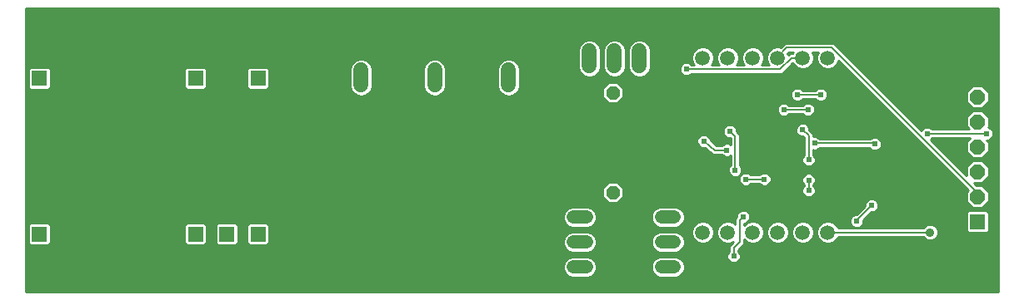
<source format=gbl>
G75*
G70*
%OFA0B0*%
%FSLAX24Y24*%
%IPPOS*%
%LPD*%
%AMOC8*
5,1,8,0,0,1.08239X$1,22.5*
%
%ADD10C,0.0594*%
%ADD11C,0.0520*%
%ADD12R,0.0600X0.0600*%
%ADD13OC8,0.0600*%
%ADD14C,0.0600*%
%ADD15OC8,0.0520*%
%ADD16C,0.0594*%
%ADD17R,0.0594X0.0594*%
%ADD18C,0.0060*%
%ADD19C,0.0240*%
%ADD20C,0.0356*%
%ADD21C,0.0100*%
D10*
X027494Y003215D03*
X028494Y003215D03*
X029494Y003215D03*
X030494Y003215D03*
X031494Y003215D03*
X032494Y003215D03*
X032494Y010215D03*
X031494Y010215D03*
X030494Y010215D03*
X029494Y010215D03*
X028494Y010215D03*
X027494Y010215D03*
D11*
X026367Y003824D02*
X025847Y003824D01*
X025847Y002824D02*
X026367Y002824D01*
X026367Y001824D02*
X025847Y001824D01*
X022847Y001824D02*
X022327Y001824D01*
X022327Y002824D02*
X022847Y002824D01*
X022847Y003824D02*
X022327Y003824D01*
D12*
X038485Y003646D03*
D13*
X038485Y004646D03*
X038485Y005646D03*
X038485Y006646D03*
X038485Y007646D03*
X038485Y008646D03*
D14*
X024966Y009888D02*
X024966Y010488D01*
X023966Y010488D02*
X023966Y009888D01*
X022966Y009888D02*
X022966Y010488D01*
D15*
X023906Y008818D03*
X023906Y004818D03*
D16*
X019732Y009131D02*
X019732Y009725D01*
X016779Y009725D02*
X016779Y009131D01*
X013826Y009131D02*
X013826Y009725D01*
D17*
X009706Y009398D03*
X007206Y009398D03*
X000956Y009398D03*
X000956Y003148D03*
X007206Y003148D03*
X008456Y003148D03*
X009706Y003148D03*
D18*
X027536Y006878D02*
X027986Y006518D01*
X028466Y006518D01*
X028796Y007058D02*
X028586Y007268D01*
X028796Y007058D02*
X028796Y005708D01*
X029216Y005348D02*
X029966Y005348D01*
X031736Y005318D02*
X031736Y004898D01*
X033656Y003698D02*
X034256Y004298D01*
X033656Y003698D02*
X033656Y003668D01*
X032546Y003248D02*
X032494Y003215D01*
X032546Y003218D01*
X036596Y003218D01*
X038426Y004688D02*
X038485Y004646D01*
X038426Y004688D02*
X038426Y004868D01*
X032666Y010628D01*
X030866Y010628D01*
X030506Y010268D01*
X030494Y010215D01*
X030596Y009758D02*
X031046Y010208D01*
X031466Y010208D01*
X031494Y010215D01*
X030596Y009758D02*
X026846Y009758D01*
X031286Y008738D02*
X032216Y008738D01*
X031706Y008138D02*
X030746Y008138D01*
X031496Y007328D02*
X031736Y007088D01*
X031736Y006128D01*
X031976Y006788D02*
X034406Y006788D01*
X034376Y006758D01*
X036476Y007178D02*
X038846Y007178D01*
X029126Y003848D02*
X028976Y003698D01*
X028976Y002828D01*
X028736Y002588D01*
X028736Y002258D01*
D19*
X028736Y002258D03*
X033656Y003668D03*
X034256Y004298D03*
X031736Y004898D03*
X031736Y005318D03*
X029966Y005348D03*
X029216Y005348D03*
X028796Y005708D03*
X028466Y006518D03*
X027536Y006878D03*
X028586Y007268D03*
X030746Y008138D03*
X031706Y008138D03*
X031286Y008738D03*
X032216Y008738D03*
X031496Y007328D03*
X031976Y006788D03*
X031736Y006128D03*
X034376Y006758D03*
X036476Y007178D03*
X038846Y007178D03*
X029126Y003848D03*
X026846Y009758D03*
D20*
X036596Y003218D03*
D21*
X000410Y000838D02*
X000410Y012189D01*
X039320Y012189D01*
X039320Y000838D01*
X000410Y000838D01*
X000410Y000903D02*
X039320Y000903D01*
X039320Y001002D02*
X000410Y001002D01*
X000410Y001100D02*
X039320Y001100D01*
X039320Y001199D02*
X000410Y001199D01*
X000410Y001297D02*
X039320Y001297D01*
X039320Y001396D02*
X000410Y001396D01*
X000410Y001494D02*
X022077Y001494D01*
X022095Y001476D02*
X022246Y001414D01*
X022929Y001414D01*
X023080Y001476D01*
X023195Y001592D01*
X023257Y001742D01*
X023257Y001905D01*
X023195Y002056D01*
X023080Y002171D01*
X022929Y002234D01*
X022246Y002234D01*
X022095Y002171D01*
X021980Y002056D01*
X021917Y001905D01*
X021917Y001742D01*
X021980Y001592D01*
X022095Y001476D01*
X021979Y001593D02*
X000410Y001593D01*
X000410Y001691D02*
X021938Y001691D01*
X021917Y001790D02*
X000410Y001790D01*
X000410Y001888D02*
X021917Y001888D01*
X021951Y001987D02*
X000410Y001987D01*
X000410Y002085D02*
X022009Y002085D01*
X022125Y002184D02*
X000410Y002184D01*
X000410Y002282D02*
X028466Y002282D01*
X028466Y002312D02*
X028466Y002204D01*
X028507Y002105D01*
X028583Y002029D01*
X028683Y001988D01*
X028790Y001988D01*
X028889Y002029D01*
X028965Y002105D01*
X029006Y002204D01*
X029006Y002312D01*
X028965Y002411D01*
X028916Y002460D01*
X028916Y002513D01*
X029051Y002648D01*
X029156Y002753D01*
X029156Y002921D01*
X029241Y002836D01*
X029405Y002768D01*
X029583Y002768D01*
X029747Y002836D01*
X029873Y002962D01*
X029941Y003126D01*
X029941Y003304D01*
X029873Y003468D01*
X029747Y003594D01*
X029583Y003662D01*
X029405Y003662D01*
X029241Y003594D01*
X029156Y003509D01*
X029156Y003578D01*
X029180Y003578D01*
X029279Y003619D01*
X029355Y003695D01*
X029396Y003794D01*
X029396Y003902D01*
X029355Y004001D01*
X029279Y004077D01*
X029180Y004118D01*
X029073Y004118D01*
X028973Y004077D01*
X028897Y004001D01*
X028856Y003902D01*
X028856Y003832D01*
X028796Y003772D01*
X028796Y003545D01*
X028747Y003594D01*
X028583Y003662D01*
X028405Y003662D01*
X028241Y003594D01*
X028115Y003468D01*
X028047Y003304D01*
X028047Y003126D01*
X028115Y002962D01*
X028241Y002836D01*
X028405Y002768D01*
X028583Y002768D01*
X028718Y002824D01*
X028556Y002662D01*
X028556Y002460D01*
X028507Y002411D01*
X028466Y002312D01*
X028495Y002381D02*
X000410Y002381D01*
X000410Y002479D02*
X022092Y002479D01*
X022095Y002476D02*
X022246Y002414D01*
X022929Y002414D01*
X023080Y002476D01*
X023195Y002592D01*
X023257Y002742D01*
X023257Y002905D01*
X023195Y003056D01*
X023080Y003171D01*
X022929Y003234D01*
X022246Y003234D01*
X022095Y003171D01*
X021980Y003056D01*
X021917Y002905D01*
X021917Y002742D01*
X021980Y002592D01*
X022095Y002476D01*
X021993Y002578D02*
X000410Y002578D01*
X000410Y002676D02*
X021945Y002676D01*
X021917Y002775D02*
X010139Y002775D01*
X010153Y002789D02*
X010065Y002701D01*
X009347Y002701D01*
X009259Y002789D01*
X009259Y003507D01*
X009347Y003595D01*
X010065Y003595D01*
X010153Y003507D01*
X010153Y002789D01*
X010153Y002873D02*
X021917Y002873D01*
X021945Y002972D02*
X010153Y002972D01*
X010153Y003070D02*
X021994Y003070D01*
X022093Y003169D02*
X010153Y003169D01*
X010153Y003267D02*
X027047Y003267D01*
X027047Y003304D02*
X027047Y003126D01*
X027115Y002962D01*
X027241Y002836D01*
X027405Y002768D01*
X027583Y002768D01*
X027747Y002836D01*
X027873Y002962D01*
X027941Y003126D01*
X027941Y003304D01*
X027873Y003468D01*
X027747Y003594D01*
X027583Y003662D01*
X027405Y003662D01*
X027241Y003594D01*
X027115Y003468D01*
X027047Y003304D01*
X027073Y003366D02*
X010153Y003366D01*
X010153Y003464D02*
X022124Y003464D01*
X022095Y003476D02*
X022246Y003414D01*
X022929Y003414D01*
X023080Y003476D01*
X023195Y003592D01*
X023257Y003742D01*
X023257Y003905D01*
X023195Y004056D01*
X023080Y004171D01*
X022929Y004234D01*
X022246Y004234D01*
X022095Y004171D01*
X021980Y004056D01*
X021917Y003905D01*
X021917Y003742D01*
X021980Y003592D01*
X022095Y003476D01*
X022008Y003563D02*
X010097Y003563D01*
X009315Y003563D02*
X008847Y003563D01*
X008815Y003595D02*
X008097Y003595D01*
X008009Y003507D01*
X008009Y002789D01*
X008097Y002701D01*
X008815Y002701D01*
X008903Y002789D01*
X008903Y003507D01*
X008815Y003595D01*
X008903Y003464D02*
X009259Y003464D01*
X009259Y003366D02*
X008903Y003366D01*
X008903Y003267D02*
X009259Y003267D01*
X009259Y003169D02*
X008903Y003169D01*
X008903Y003070D02*
X009259Y003070D01*
X009259Y002972D02*
X008903Y002972D01*
X008903Y002873D02*
X009259Y002873D01*
X009273Y002775D02*
X008889Y002775D01*
X008023Y002775D02*
X007639Y002775D01*
X007653Y002789D02*
X007565Y002701D01*
X006847Y002701D01*
X006759Y002789D01*
X006759Y003507D01*
X006847Y003595D01*
X007565Y003595D01*
X007653Y003507D01*
X007653Y002789D01*
X007653Y002873D02*
X008009Y002873D01*
X008009Y002972D02*
X007653Y002972D01*
X007653Y003070D02*
X008009Y003070D01*
X008009Y003169D02*
X007653Y003169D01*
X007653Y003267D02*
X008009Y003267D01*
X008009Y003366D02*
X007653Y003366D01*
X007653Y003464D02*
X008009Y003464D01*
X008065Y003563D02*
X007597Y003563D01*
X006815Y003563D02*
X001347Y003563D01*
X001315Y003595D02*
X000597Y003595D01*
X000509Y003507D01*
X000509Y002789D01*
X000597Y002701D01*
X001315Y002701D01*
X001403Y002789D01*
X001403Y003507D01*
X001315Y003595D01*
X001403Y003464D02*
X006759Y003464D01*
X006759Y003366D02*
X001403Y003366D01*
X001403Y003267D02*
X006759Y003267D01*
X006759Y003169D02*
X001403Y003169D01*
X001403Y003070D02*
X006759Y003070D01*
X006759Y002972D02*
X001403Y002972D01*
X001403Y002873D02*
X006759Y002873D01*
X006773Y002775D02*
X001389Y002775D01*
X000523Y002775D02*
X000410Y002775D01*
X000410Y002873D02*
X000509Y002873D01*
X000509Y002972D02*
X000410Y002972D01*
X000410Y003070D02*
X000509Y003070D01*
X000509Y003169D02*
X000410Y003169D01*
X000410Y003267D02*
X000509Y003267D01*
X000509Y003366D02*
X000410Y003366D01*
X000410Y003464D02*
X000509Y003464D01*
X000565Y003563D02*
X000410Y003563D01*
X000410Y003661D02*
X021951Y003661D01*
X021917Y003760D02*
X000410Y003760D01*
X000410Y003858D02*
X021917Y003858D01*
X021939Y003957D02*
X000410Y003957D01*
X000410Y004055D02*
X021979Y004055D01*
X022078Y004154D02*
X000410Y004154D01*
X000410Y004252D02*
X033956Y004252D01*
X033986Y004282D02*
X033642Y003938D01*
X033603Y003938D01*
X033503Y003897D01*
X033427Y003821D01*
X033386Y003722D01*
X033386Y003614D01*
X033427Y003515D01*
X033503Y003439D01*
X033603Y003398D01*
X033710Y003398D01*
X033809Y003439D01*
X033885Y003515D01*
X033926Y003614D01*
X033926Y003713D01*
X034241Y004028D01*
X034310Y004028D01*
X034409Y004069D01*
X034485Y004145D01*
X034526Y004244D01*
X034526Y004352D01*
X034485Y004451D01*
X034409Y004527D01*
X034310Y004568D01*
X034203Y004568D01*
X034103Y004527D01*
X034027Y004451D01*
X033986Y004352D01*
X033986Y004282D01*
X033986Y004351D02*
X000410Y004351D01*
X000410Y004449D02*
X023695Y004449D01*
X023736Y004408D02*
X024076Y004408D01*
X024316Y004648D01*
X024316Y004988D01*
X024076Y005228D01*
X023736Y005228D01*
X023496Y004988D01*
X023496Y004648D01*
X023736Y004408D01*
X024118Y004449D02*
X034027Y004449D01*
X034154Y004548D02*
X024216Y004548D01*
X024315Y004646D02*
X031638Y004646D01*
X031683Y004628D02*
X031790Y004628D01*
X031889Y004669D01*
X031965Y004745D01*
X038035Y004745D01*
X038035Y004832D02*
X038035Y004460D01*
X038299Y004196D01*
X038672Y004196D01*
X038935Y004460D01*
X038935Y004832D01*
X038672Y005096D01*
X038453Y005096D01*
X038353Y005196D01*
X038672Y005196D01*
X038935Y005460D01*
X038935Y005832D01*
X038672Y006096D01*
X038299Y006096D01*
X038035Y005832D01*
X038035Y005513D01*
X036608Y006940D01*
X036629Y006949D01*
X036678Y006998D01*
X038201Y006998D01*
X038035Y006832D01*
X038035Y006460D01*
X038299Y006196D01*
X038672Y006196D01*
X038935Y006460D01*
X038935Y006832D01*
X038860Y006908D01*
X038900Y006908D01*
X038999Y006949D01*
X039075Y007025D01*
X039116Y007124D01*
X039116Y007232D01*
X039075Y007331D01*
X038999Y007407D01*
X038917Y007441D01*
X038935Y007460D01*
X038935Y007832D01*
X038672Y008096D01*
X038299Y008096D01*
X038035Y007832D01*
X038035Y007460D01*
X038137Y007358D01*
X036678Y007358D01*
X036629Y007407D01*
X036530Y007448D01*
X036423Y007448D01*
X036323Y007407D01*
X036247Y007331D01*
X036239Y007310D01*
X032846Y010702D01*
X032846Y010702D01*
X032741Y010808D01*
X030792Y010808D01*
X030686Y010702D01*
X030627Y010643D01*
X030583Y010662D01*
X030405Y010662D01*
X030241Y010594D01*
X030115Y010468D01*
X030047Y010304D01*
X030047Y010126D01*
X030115Y009962D01*
X030139Y009938D01*
X029849Y009938D01*
X029873Y009962D01*
X029941Y010126D01*
X029941Y010304D01*
X029873Y010468D01*
X029747Y010594D01*
X029583Y010662D01*
X029405Y010662D01*
X029241Y010594D01*
X029115Y010468D01*
X029047Y010304D01*
X029047Y010126D01*
X029115Y009962D01*
X029139Y009938D01*
X028849Y009938D01*
X028873Y009962D01*
X028941Y010126D01*
X028941Y010304D01*
X028873Y010468D01*
X028747Y010594D01*
X028583Y010662D01*
X028405Y010662D01*
X028241Y010594D01*
X028115Y010468D01*
X028047Y010304D01*
X028047Y010126D01*
X028115Y009962D01*
X028139Y009938D01*
X027849Y009938D01*
X027873Y009962D01*
X027941Y010126D01*
X027941Y010304D01*
X027873Y010468D01*
X027747Y010594D01*
X027583Y010662D01*
X027405Y010662D01*
X027241Y010594D01*
X027115Y010468D01*
X027047Y010304D01*
X027047Y010126D01*
X027115Y009962D01*
X027139Y009938D01*
X027048Y009938D01*
X026999Y009987D01*
X026900Y010028D01*
X026793Y010028D01*
X026693Y009987D01*
X026617Y009911D01*
X026576Y009812D01*
X026576Y009704D01*
X026617Y009605D01*
X026693Y009529D01*
X026793Y009488D01*
X026900Y009488D01*
X026999Y009529D01*
X027048Y009578D01*
X030671Y009578D01*
X031098Y010005D01*
X031115Y009962D01*
X031241Y009836D01*
X031405Y009768D01*
X031583Y009768D01*
X031747Y009836D01*
X031873Y009962D01*
X031941Y010126D01*
X031941Y010304D01*
X031881Y010448D01*
X032107Y010448D01*
X032047Y010304D01*
X032047Y010126D01*
X032115Y009962D01*
X032241Y009836D01*
X032405Y009768D01*
X032583Y009768D01*
X032747Y009836D01*
X032873Y009962D01*
X032933Y010107D01*
X038121Y004918D01*
X038035Y004832D01*
X038046Y004843D02*
X032006Y004843D01*
X032006Y004844D02*
X032006Y004952D01*
X031965Y005051D01*
X031916Y005100D01*
X031916Y005116D01*
X031965Y005165D01*
X032006Y005264D01*
X032006Y005372D01*
X031965Y005471D01*
X031889Y005547D01*
X031790Y005588D01*
X031683Y005588D01*
X031583Y005547D01*
X031507Y005471D01*
X031466Y005372D01*
X031466Y005264D01*
X031507Y005165D01*
X031556Y005116D01*
X031556Y005100D01*
X031507Y005051D01*
X031466Y004952D01*
X031466Y004844D01*
X031507Y004745D01*
X031583Y004669D01*
X031683Y004628D01*
X031835Y004646D02*
X038035Y004646D01*
X038035Y004548D02*
X034358Y004548D01*
X034486Y004449D02*
X038045Y004449D01*
X038144Y004351D02*
X034526Y004351D01*
X034526Y004252D02*
X038242Y004252D01*
X038123Y004096D02*
X038035Y004008D01*
X038035Y003284D01*
X038123Y003196D01*
X038847Y003196D01*
X038935Y003284D01*
X038935Y004008D01*
X038847Y004096D01*
X038123Y004096D01*
X038083Y004055D02*
X034376Y004055D01*
X034489Y004154D02*
X039320Y004154D01*
X039320Y004252D02*
X038728Y004252D01*
X038827Y004351D02*
X039320Y004351D01*
X039320Y004449D02*
X038925Y004449D01*
X038935Y004548D02*
X039320Y004548D01*
X039320Y004646D02*
X038935Y004646D01*
X038935Y004745D02*
X039320Y004745D01*
X039320Y004843D02*
X038924Y004843D01*
X038826Y004942D02*
X039320Y004942D01*
X039320Y005040D02*
X038727Y005040D01*
X038713Y005237D02*
X039320Y005237D01*
X039320Y005139D02*
X038410Y005139D01*
X038098Y004942D02*
X032006Y004942D01*
X032006Y004844D02*
X031965Y004745D01*
X031507Y004745D02*
X024316Y004745D01*
X024316Y004843D02*
X031467Y004843D01*
X031466Y004942D02*
X024316Y004942D01*
X024264Y005040D02*
X031503Y005040D01*
X031533Y005139D02*
X030139Y005139D01*
X030119Y005119D02*
X030195Y005195D01*
X030236Y005294D01*
X030236Y005402D01*
X030195Y005501D01*
X030119Y005577D01*
X030020Y005618D01*
X029913Y005618D01*
X029813Y005577D01*
X029764Y005528D01*
X029418Y005528D01*
X029369Y005577D01*
X029270Y005618D01*
X029163Y005618D01*
X029063Y005577D01*
X028987Y005501D01*
X028946Y005402D01*
X028946Y005294D01*
X028987Y005195D01*
X029063Y005119D01*
X029163Y005078D01*
X029270Y005078D01*
X029369Y005119D01*
X029418Y005168D01*
X029764Y005168D01*
X029813Y005119D01*
X029913Y005078D01*
X030020Y005078D01*
X030119Y005119D01*
X030213Y005237D02*
X031477Y005237D01*
X031466Y005336D02*
X030236Y005336D01*
X030223Y005434D02*
X031492Y005434D01*
X031569Y005533D02*
X030163Y005533D01*
X029769Y005533D02*
X029413Y005533D01*
X029066Y005654D02*
X029066Y005762D01*
X029025Y005861D01*
X028976Y005910D01*
X028976Y007132D01*
X028856Y007252D01*
X028856Y007322D01*
X028815Y007421D01*
X028739Y007497D01*
X028640Y007538D01*
X028533Y007538D01*
X028433Y007497D01*
X028357Y007421D01*
X028316Y007322D01*
X028316Y007214D01*
X028357Y007115D01*
X028433Y007039D01*
X028533Y006998D01*
X028602Y006998D01*
X028616Y006983D01*
X028616Y006748D01*
X028520Y006788D01*
X028413Y006788D01*
X028313Y006747D01*
X028264Y006698D01*
X028049Y006698D01*
X027806Y006892D01*
X027806Y006932D01*
X027765Y007031D01*
X027689Y007107D01*
X027590Y007148D01*
X027483Y007148D01*
X027383Y007107D01*
X027307Y007031D01*
X027266Y006932D01*
X027266Y006824D01*
X027307Y006725D01*
X027383Y006649D01*
X027483Y006608D01*
X027586Y006608D01*
X027866Y006383D01*
X027912Y006338D01*
X027923Y006338D01*
X027932Y006331D01*
X027996Y006338D01*
X028264Y006338D01*
X028313Y006289D01*
X028413Y006248D01*
X028520Y006248D01*
X028616Y006288D01*
X028616Y005910D01*
X028567Y005861D01*
X028526Y005762D01*
X028526Y005654D01*
X028567Y005555D01*
X028643Y005479D01*
X028743Y005438D01*
X028850Y005438D01*
X028949Y005479D01*
X029025Y005555D01*
X029066Y005654D01*
X029057Y005631D02*
X037408Y005631D01*
X037507Y005533D02*
X031903Y005533D01*
X031980Y005434D02*
X037605Y005434D01*
X037704Y005336D02*
X032006Y005336D01*
X031995Y005237D02*
X037802Y005237D01*
X037901Y005139D02*
X031939Y005139D01*
X031970Y005040D02*
X037999Y005040D01*
X038812Y005336D02*
X039320Y005336D01*
X039320Y005434D02*
X038910Y005434D01*
X038935Y005533D02*
X039320Y005533D01*
X039320Y005631D02*
X038935Y005631D01*
X038935Y005730D02*
X039320Y005730D01*
X039320Y005828D02*
X038935Y005828D01*
X038841Y005927D02*
X039320Y005927D01*
X039320Y006025D02*
X038742Y006025D01*
X038228Y006025D02*
X037523Y006025D01*
X037425Y006124D02*
X039320Y006124D01*
X039320Y006222D02*
X038698Y006222D01*
X038797Y006321D02*
X039320Y006321D01*
X039320Y006419D02*
X038895Y006419D01*
X038935Y006518D02*
X039320Y006518D01*
X039320Y006616D02*
X038935Y006616D01*
X038935Y006715D02*
X039320Y006715D01*
X039320Y006813D02*
X038935Y006813D01*
X038910Y006912D02*
X039320Y006912D01*
X039320Y007010D02*
X039061Y007010D01*
X039110Y007109D02*
X039320Y007109D01*
X039320Y007207D02*
X039116Y007207D01*
X039086Y007306D02*
X039320Y007306D01*
X039320Y007404D02*
X039002Y007404D01*
X038935Y007503D02*
X039320Y007503D01*
X039320Y007601D02*
X038935Y007601D01*
X038935Y007700D02*
X039320Y007700D01*
X039320Y007798D02*
X038935Y007798D01*
X038871Y007897D02*
X039320Y007897D01*
X039320Y007995D02*
X038772Y007995D01*
X038674Y008094D02*
X039320Y008094D01*
X039320Y008192D02*
X035356Y008192D01*
X035258Y008291D02*
X038204Y008291D01*
X038299Y008196D02*
X038672Y008196D01*
X038935Y008460D01*
X038935Y008832D01*
X038672Y009096D01*
X038299Y009096D01*
X038035Y008832D01*
X038035Y008460D01*
X038299Y008196D01*
X038297Y008094D02*
X035455Y008094D01*
X035553Y007995D02*
X038198Y007995D01*
X038100Y007897D02*
X035652Y007897D01*
X035750Y007798D02*
X038035Y007798D01*
X038035Y007700D02*
X035849Y007700D01*
X035947Y007601D02*
X038035Y007601D01*
X038035Y007503D02*
X036046Y007503D01*
X036144Y007404D02*
X036321Y007404D01*
X036632Y007404D02*
X038090Y007404D01*
X038115Y006912D02*
X036637Y006912D01*
X036735Y006813D02*
X038035Y006813D01*
X038035Y006715D02*
X036834Y006715D01*
X036932Y006616D02*
X038035Y006616D01*
X038035Y006518D02*
X037031Y006518D01*
X037129Y006419D02*
X038075Y006419D01*
X038174Y006321D02*
X037228Y006321D01*
X037326Y006222D02*
X038272Y006222D01*
X038130Y005927D02*
X037622Y005927D01*
X037720Y005828D02*
X038035Y005828D01*
X038035Y005730D02*
X037819Y005730D01*
X037917Y005631D02*
X038035Y005631D01*
X038035Y005533D02*
X038016Y005533D01*
X037310Y005730D02*
X029066Y005730D01*
X029039Y005828D02*
X037211Y005828D01*
X037113Y005927D02*
X031917Y005927D01*
X031889Y005899D02*
X031965Y005975D01*
X032006Y006074D01*
X032006Y006182D01*
X031965Y006281D01*
X031916Y006330D01*
X031916Y006520D01*
X031923Y006518D01*
X032030Y006518D01*
X034250Y006518D01*
X034223Y006529D02*
X034323Y006488D01*
X034430Y006488D01*
X034529Y006529D01*
X034605Y006605D01*
X034646Y006704D01*
X034646Y006812D01*
X034605Y006911D01*
X034529Y006987D01*
X034430Y007028D01*
X034323Y007028D01*
X034223Y006987D01*
X034204Y006968D01*
X032178Y006968D01*
X032129Y007017D01*
X032030Y007058D01*
X031923Y007058D01*
X031916Y007055D01*
X031916Y007162D01*
X031766Y007312D01*
X031766Y007382D01*
X031725Y007481D01*
X031649Y007557D01*
X031550Y007598D01*
X031443Y007598D01*
X031343Y007557D01*
X031267Y007481D01*
X031226Y007382D01*
X031226Y007274D01*
X031267Y007175D01*
X031343Y007099D01*
X031443Y007058D01*
X031512Y007058D01*
X031556Y007013D01*
X031556Y006330D01*
X031507Y006281D01*
X031466Y006182D01*
X031466Y006074D01*
X031507Y005975D01*
X031583Y005899D01*
X031683Y005858D01*
X031790Y005858D01*
X031889Y005899D01*
X031986Y006025D02*
X037014Y006025D01*
X036916Y006124D02*
X032006Y006124D01*
X031989Y006222D02*
X036817Y006222D01*
X036719Y006321D02*
X031925Y006321D01*
X031916Y006419D02*
X036620Y006419D01*
X036522Y006518D02*
X034502Y006518D01*
X034610Y006616D02*
X036423Y006616D01*
X036325Y006715D02*
X034646Y006715D01*
X034646Y006813D02*
X036226Y006813D01*
X036128Y006912D02*
X034604Y006912D01*
X034472Y007010D02*
X036029Y007010D01*
X035931Y007109D02*
X031916Y007109D01*
X031871Y007207D02*
X035832Y007207D01*
X035734Y007306D02*
X031773Y007306D01*
X031757Y007404D02*
X035635Y007404D01*
X035537Y007503D02*
X031703Y007503D01*
X031289Y007503D02*
X028724Y007503D01*
X028822Y007404D02*
X031236Y007404D01*
X031226Y007306D02*
X028856Y007306D01*
X028901Y007207D02*
X031254Y007207D01*
X031333Y007109D02*
X028976Y007109D01*
X028976Y007010D02*
X031556Y007010D01*
X031556Y006912D02*
X028976Y006912D01*
X028976Y006813D02*
X031556Y006813D01*
X031556Y006715D02*
X028976Y006715D01*
X028976Y006616D02*
X031556Y006616D01*
X031556Y006518D02*
X028976Y006518D01*
X028976Y006419D02*
X031556Y006419D01*
X031547Y006321D02*
X028976Y006321D01*
X028976Y006222D02*
X031483Y006222D01*
X031466Y006124D02*
X028976Y006124D01*
X028976Y006025D02*
X031487Y006025D01*
X031555Y005927D02*
X028976Y005927D01*
X028616Y005927D02*
X000410Y005927D01*
X000410Y006025D02*
X028616Y006025D01*
X028616Y006124D02*
X000410Y006124D01*
X000410Y006222D02*
X028616Y006222D01*
X028281Y006321D02*
X000410Y006321D01*
X000410Y006419D02*
X027821Y006419D01*
X027698Y006518D02*
X000410Y006518D01*
X000410Y006616D02*
X027462Y006616D01*
X027317Y006715D02*
X000410Y006715D01*
X000410Y006813D02*
X027271Y006813D01*
X027266Y006912D02*
X000410Y006912D01*
X000410Y007010D02*
X027299Y007010D01*
X027388Y007109D02*
X000410Y007109D01*
X000410Y007207D02*
X028319Y007207D01*
X028316Y007306D02*
X000410Y007306D01*
X000410Y007404D02*
X028351Y007404D01*
X028448Y007503D02*
X000410Y007503D01*
X000410Y007601D02*
X035438Y007601D01*
X035340Y007700D02*
X000410Y007700D01*
X000410Y007798D02*
X035241Y007798D01*
X035143Y007897D02*
X031830Y007897D01*
X031859Y007909D02*
X031935Y007985D01*
X031976Y008084D01*
X031976Y008192D01*
X034847Y008192D01*
X034946Y008094D02*
X031976Y008094D01*
X031976Y008192D02*
X031935Y008291D01*
X034749Y008291D01*
X034650Y008389D02*
X031805Y008389D01*
X031760Y008408D02*
X031859Y008367D01*
X031935Y008291D01*
X031760Y008408D02*
X031653Y008408D01*
X031553Y008367D01*
X031504Y008318D01*
X030948Y008318D01*
X030899Y008367D01*
X030800Y008408D01*
X030693Y008408D01*
X030593Y008367D01*
X030517Y008291D01*
X030476Y008192D01*
X030476Y008084D01*
X030517Y007985D01*
X030593Y007909D01*
X030693Y007868D01*
X030800Y007868D01*
X030899Y007909D01*
X030948Y007958D01*
X031504Y007958D01*
X031553Y007909D01*
X031653Y007868D01*
X031760Y007868D01*
X031859Y007909D01*
X031940Y007995D02*
X035044Y007995D01*
X035159Y008389D02*
X038105Y008389D01*
X038035Y008488D02*
X035061Y008488D01*
X034962Y008586D02*
X038035Y008586D01*
X038035Y008685D02*
X034864Y008685D01*
X034765Y008783D02*
X038035Y008783D01*
X038085Y008882D02*
X034667Y008882D01*
X034568Y008980D02*
X038183Y008980D01*
X038282Y009079D02*
X034470Y009079D01*
X034371Y009177D02*
X039320Y009177D01*
X039320Y009079D02*
X038689Y009079D01*
X038787Y008980D02*
X039320Y008980D01*
X039320Y008882D02*
X038886Y008882D01*
X038935Y008783D02*
X039320Y008783D01*
X039320Y008685D02*
X038935Y008685D01*
X038935Y008586D02*
X039320Y008586D01*
X039320Y008488D02*
X038935Y008488D01*
X038865Y008389D02*
X039320Y008389D01*
X039320Y008291D02*
X038767Y008291D01*
X039320Y009276D02*
X034273Y009276D01*
X034174Y009374D02*
X039320Y009374D01*
X039320Y009473D02*
X034076Y009473D01*
X033977Y009571D02*
X039320Y009571D01*
X039320Y009670D02*
X033879Y009670D01*
X033780Y009768D02*
X039320Y009768D01*
X039320Y009867D02*
X033682Y009867D01*
X033583Y009965D02*
X039320Y009965D01*
X039320Y010064D02*
X033485Y010064D01*
X033386Y010162D02*
X039320Y010162D01*
X039320Y010261D02*
X033288Y010261D01*
X033189Y010359D02*
X039320Y010359D01*
X039320Y010458D02*
X033091Y010458D01*
X032992Y010556D02*
X039320Y010556D01*
X039320Y010655D02*
X032894Y010655D01*
X032795Y010753D02*
X039320Y010753D01*
X039320Y010852D02*
X025239Y010852D01*
X025221Y010869D02*
X025056Y010938D01*
X024877Y010938D01*
X024711Y010869D01*
X024585Y010743D01*
X024516Y010577D01*
X024516Y009798D01*
X024585Y009633D01*
X024711Y009506D01*
X024877Y009438D01*
X025056Y009438D01*
X025221Y009506D01*
X025348Y009633D01*
X025416Y009798D01*
X025416Y010577D01*
X025348Y010743D01*
X025221Y010869D01*
X025337Y010753D02*
X030737Y010753D01*
X030639Y010655D02*
X030600Y010655D01*
X030389Y010655D02*
X029600Y010655D01*
X029785Y010556D02*
X030204Y010556D01*
X030111Y010458D02*
X029877Y010458D01*
X029918Y010359D02*
X030070Y010359D01*
X030047Y010261D02*
X029941Y010261D01*
X029941Y010162D02*
X030047Y010162D01*
X030073Y010064D02*
X029915Y010064D01*
X029875Y009965D02*
X030114Y009965D01*
X030861Y009768D02*
X031404Y009768D01*
X031584Y009768D02*
X032404Y009768D01*
X032584Y009768D02*
X033271Y009768D01*
X033370Y009670D02*
X030763Y009670D01*
X030960Y009867D02*
X031210Y009867D01*
X031114Y009965D02*
X031058Y009965D01*
X031778Y009867D02*
X032210Y009867D01*
X032114Y009965D02*
X031875Y009965D01*
X031915Y010064D02*
X032073Y010064D01*
X032047Y010162D02*
X031941Y010162D01*
X031941Y010261D02*
X032047Y010261D01*
X032070Y010359D02*
X031918Y010359D01*
X031107Y010448D02*
X031082Y010388D01*
X030972Y010388D01*
X030925Y010342D01*
X030899Y010406D01*
X030941Y010448D01*
X031107Y010448D01*
X030943Y010359D02*
X030918Y010359D01*
X029389Y010655D02*
X028600Y010655D01*
X028785Y010556D02*
X029204Y010556D01*
X029111Y010458D02*
X028877Y010458D01*
X028918Y010359D02*
X029070Y010359D01*
X029047Y010261D02*
X028941Y010261D01*
X028941Y010162D02*
X029047Y010162D01*
X029073Y010064D02*
X028915Y010064D01*
X028875Y009965D02*
X029114Y009965D01*
X028114Y009965D02*
X027875Y009965D01*
X027915Y010064D02*
X028073Y010064D01*
X028047Y010162D02*
X027941Y010162D01*
X027941Y010261D02*
X028047Y010261D01*
X028070Y010359D02*
X027918Y010359D01*
X027877Y010458D02*
X028111Y010458D01*
X028204Y010556D02*
X027785Y010556D01*
X027600Y010655D02*
X028389Y010655D01*
X027389Y010655D02*
X025384Y010655D01*
X025416Y010556D02*
X027204Y010556D01*
X027111Y010458D02*
X025416Y010458D01*
X025416Y010359D02*
X027070Y010359D01*
X027047Y010261D02*
X025416Y010261D01*
X025416Y010162D02*
X027047Y010162D01*
X027073Y010064D02*
X025416Y010064D01*
X025416Y009965D02*
X026672Y009965D01*
X026599Y009867D02*
X025416Y009867D01*
X025404Y009768D02*
X026576Y009768D01*
X026590Y009670D02*
X025363Y009670D01*
X025286Y009571D02*
X026651Y009571D01*
X027042Y009571D02*
X033468Y009571D01*
X033567Y009473D02*
X025140Y009473D01*
X024792Y009473D02*
X024140Y009473D01*
X024221Y009506D02*
X024348Y009633D01*
X024416Y009798D01*
X024416Y010577D01*
X024348Y010743D01*
X024221Y010869D01*
X024056Y010938D01*
X023877Y010938D01*
X023711Y010869D01*
X023585Y010743D01*
X023516Y010577D01*
X023516Y009798D01*
X023585Y009633D01*
X023711Y009506D01*
X023877Y009438D01*
X024056Y009438D01*
X024221Y009506D01*
X024286Y009571D02*
X024646Y009571D01*
X024570Y009670D02*
X024363Y009670D01*
X024404Y009768D02*
X024529Y009768D01*
X024516Y009867D02*
X024416Y009867D01*
X024416Y009965D02*
X024516Y009965D01*
X024516Y010064D02*
X024416Y010064D01*
X024416Y010162D02*
X024516Y010162D01*
X024516Y010261D02*
X024416Y010261D01*
X024416Y010359D02*
X024516Y010359D01*
X024516Y010458D02*
X024416Y010458D01*
X024416Y010556D02*
X024516Y010556D01*
X024548Y010655D02*
X024384Y010655D01*
X024337Y010753D02*
X024595Y010753D01*
X024694Y010852D02*
X024239Y010852D01*
X023694Y010852D02*
X023239Y010852D01*
X023221Y010869D02*
X023056Y010938D01*
X022877Y010938D01*
X022711Y010869D01*
X022585Y010743D01*
X022516Y010577D01*
X022516Y009798D01*
X022585Y009633D01*
X022711Y009506D01*
X022877Y009438D01*
X023056Y009438D01*
X023221Y009506D01*
X023348Y009633D01*
X023416Y009798D01*
X023416Y010577D01*
X023348Y010743D01*
X023221Y010869D01*
X023337Y010753D02*
X023595Y010753D01*
X023548Y010655D02*
X023384Y010655D01*
X023416Y010556D02*
X023516Y010556D01*
X023516Y010458D02*
X023416Y010458D01*
X023416Y010359D02*
X023516Y010359D01*
X023516Y010261D02*
X023416Y010261D01*
X023416Y010162D02*
X023516Y010162D01*
X023516Y010064D02*
X023416Y010064D01*
X023416Y009965D02*
X023516Y009965D01*
X023516Y009867D02*
X023416Y009867D01*
X023404Y009768D02*
X023529Y009768D01*
X023570Y009670D02*
X023363Y009670D01*
X023286Y009571D02*
X023646Y009571D01*
X023792Y009473D02*
X023140Y009473D01*
X022792Y009473D02*
X020179Y009473D01*
X020179Y009571D02*
X022646Y009571D01*
X022570Y009670D02*
X020179Y009670D01*
X020179Y009768D02*
X022529Y009768D01*
X022516Y009867D02*
X020157Y009867D01*
X020179Y009814D02*
X020111Y009978D01*
X019985Y010103D01*
X019821Y010172D01*
X019643Y010172D01*
X019479Y010103D01*
X019353Y009978D01*
X019285Y009814D01*
X019285Y009042D01*
X019353Y008878D01*
X019479Y008752D01*
X019643Y008684D01*
X019821Y008684D01*
X019985Y008752D01*
X020111Y008878D01*
X020179Y009042D01*
X020179Y009814D01*
X020116Y009965D02*
X022516Y009965D01*
X022516Y010064D02*
X020025Y010064D01*
X019843Y010162D02*
X022516Y010162D01*
X022516Y010261D02*
X000410Y010261D01*
X000410Y010359D02*
X022516Y010359D01*
X022516Y010458D02*
X000410Y010458D01*
X000410Y010556D02*
X022516Y010556D01*
X022548Y010655D02*
X000410Y010655D01*
X000410Y010753D02*
X022595Y010753D01*
X022694Y010852D02*
X000410Y010852D01*
X000410Y010950D02*
X039320Y010950D01*
X039320Y011049D02*
X000410Y011049D01*
X000410Y011147D02*
X039320Y011147D01*
X039320Y011246D02*
X000410Y011246D01*
X000410Y011344D02*
X039320Y011344D01*
X039320Y011443D02*
X000410Y011443D01*
X000410Y011541D02*
X039320Y011541D01*
X039320Y011640D02*
X000410Y011640D01*
X000410Y011738D02*
X039320Y011738D01*
X039320Y011837D02*
X000410Y011837D01*
X000410Y011935D02*
X039320Y011935D01*
X039320Y012034D02*
X000410Y012034D01*
X000410Y012132D02*
X039320Y012132D01*
X033074Y009965D02*
X032875Y009965D01*
X032915Y010064D02*
X032976Y010064D01*
X033173Y009867D02*
X032778Y009867D01*
X033665Y009374D02*
X020179Y009374D01*
X020179Y009276D02*
X033764Y009276D01*
X033862Y009177D02*
X024127Y009177D01*
X024076Y009228D02*
X023736Y009228D01*
X023496Y008988D01*
X023496Y008648D01*
X023736Y008408D01*
X024076Y008408D01*
X024316Y008648D01*
X024316Y008988D01*
X024076Y009228D01*
X024225Y009079D02*
X033961Y009079D01*
X034059Y008980D02*
X032336Y008980D01*
X032369Y008967D02*
X032270Y009008D01*
X032163Y009008D01*
X032063Y008967D01*
X032014Y008918D01*
X031488Y008918D01*
X031439Y008967D01*
X031340Y009008D01*
X031233Y009008D01*
X031133Y008967D01*
X031057Y008891D01*
X031016Y008792D01*
X031016Y008684D01*
X031057Y008585D01*
X031133Y008509D01*
X031233Y008468D01*
X031340Y008468D01*
X031439Y008509D01*
X031488Y008558D01*
X032014Y008558D01*
X032063Y008509D01*
X032163Y008468D01*
X032270Y008468D01*
X032369Y008509D01*
X032445Y008585D01*
X032486Y008684D01*
X032486Y008792D01*
X032445Y008891D01*
X032369Y008967D01*
X032449Y008882D02*
X034158Y008882D01*
X034256Y008783D02*
X032486Y008783D01*
X032486Y008685D02*
X034355Y008685D01*
X034453Y008586D02*
X032446Y008586D01*
X032318Y008488D02*
X034552Y008488D01*
X032114Y008488D02*
X031388Y008488D01*
X031184Y008488D02*
X024156Y008488D01*
X024255Y008586D02*
X031057Y008586D01*
X031016Y008685D02*
X024316Y008685D01*
X024316Y008783D02*
X031016Y008783D01*
X031054Y008882D02*
X024316Y008882D01*
X024316Y008980D02*
X031166Y008980D01*
X031406Y008980D02*
X032096Y008980D01*
X031608Y008389D02*
X030845Y008389D01*
X030648Y008389D02*
X000410Y008389D01*
X000410Y008291D02*
X030517Y008291D01*
X030477Y008192D02*
X000410Y008192D01*
X000410Y008094D02*
X030476Y008094D01*
X030513Y007995D02*
X000410Y007995D01*
X000410Y007897D02*
X030623Y007897D01*
X030870Y007897D02*
X031583Y007897D01*
X032136Y007010D02*
X034280Y007010D01*
X034146Y006608D02*
X032178Y006608D01*
X032129Y006559D01*
X032030Y006518D01*
X031923Y006518D02*
X031916Y006518D01*
X034146Y006608D02*
X034147Y006605D01*
X034223Y006529D01*
X029793Y005139D02*
X029389Y005139D01*
X029043Y005139D02*
X024165Y005139D01*
X023647Y005139D02*
X000410Y005139D01*
X000410Y005237D02*
X028970Y005237D01*
X028946Y005336D02*
X000410Y005336D01*
X000410Y005434D02*
X028960Y005434D01*
X029003Y005533D02*
X029019Y005533D01*
X028589Y005533D02*
X000410Y005533D01*
X000410Y005631D02*
X028536Y005631D01*
X028526Y005730D02*
X000410Y005730D01*
X000410Y005828D02*
X028554Y005828D01*
X028281Y006715D02*
X028028Y006715D01*
X027905Y006813D02*
X028616Y006813D01*
X028616Y006912D02*
X027806Y006912D01*
X027774Y007010D02*
X028502Y007010D01*
X028363Y007109D02*
X027684Y007109D01*
X023656Y008488D02*
X000410Y008488D01*
X000410Y008586D02*
X023558Y008586D01*
X023496Y008685D02*
X019822Y008685D01*
X019641Y008685D02*
X016870Y008685D01*
X016868Y008684D02*
X017032Y008752D01*
X017158Y008878D01*
X017226Y009042D01*
X017226Y009814D01*
X017158Y009978D01*
X017032Y010103D01*
X016868Y010172D01*
X016690Y010172D01*
X016526Y010103D01*
X016400Y009978D01*
X016332Y009814D01*
X016332Y009042D01*
X016400Y008878D01*
X016526Y008752D01*
X016690Y008684D01*
X016868Y008684D01*
X016688Y008685D02*
X013917Y008685D01*
X013915Y008684D02*
X014079Y008752D01*
X014205Y008878D01*
X014273Y009042D01*
X014273Y009814D01*
X014205Y009978D01*
X014079Y010103D01*
X013915Y010172D01*
X013737Y010172D01*
X013573Y010103D01*
X013447Y009978D01*
X013379Y009814D01*
X013379Y009042D01*
X013447Y008878D01*
X013573Y008752D01*
X013737Y008684D01*
X013915Y008684D01*
X013736Y008685D02*
X000410Y008685D01*
X000410Y008783D02*
X013542Y008783D01*
X013446Y008882D02*
X000410Y008882D01*
X000410Y008980D02*
X000568Y008980D01*
X000597Y008951D02*
X001315Y008951D01*
X001403Y009039D01*
X001403Y009757D01*
X001315Y009845D01*
X000597Y009845D01*
X000509Y009757D01*
X000509Y009039D01*
X000597Y008951D01*
X000509Y009079D02*
X000410Y009079D01*
X000410Y009177D02*
X000509Y009177D01*
X000509Y009276D02*
X000410Y009276D01*
X000410Y009374D02*
X000509Y009374D01*
X000509Y009473D02*
X000410Y009473D01*
X000410Y009571D02*
X000509Y009571D01*
X000509Y009670D02*
X000410Y009670D01*
X000410Y009768D02*
X000521Y009768D01*
X000410Y009867D02*
X013402Y009867D01*
X013379Y009768D02*
X010142Y009768D01*
X010153Y009757D02*
X010065Y009845D01*
X009347Y009845D01*
X009259Y009757D01*
X009259Y009039D01*
X009347Y008951D01*
X010065Y008951D01*
X010153Y009039D01*
X010153Y009757D01*
X010153Y009670D02*
X013379Y009670D01*
X013379Y009571D02*
X010153Y009571D01*
X010153Y009473D02*
X013379Y009473D01*
X013379Y009374D02*
X010153Y009374D01*
X010153Y009276D02*
X013379Y009276D01*
X013379Y009177D02*
X010153Y009177D01*
X010153Y009079D02*
X013379Y009079D01*
X013405Y008980D02*
X010095Y008980D01*
X009318Y008980D02*
X007595Y008980D01*
X007565Y008951D02*
X007653Y009039D01*
X007653Y009757D01*
X007565Y009845D01*
X006847Y009845D01*
X006759Y009757D01*
X006759Y009039D01*
X006847Y008951D01*
X007565Y008951D01*
X007653Y009079D02*
X009259Y009079D01*
X009259Y009177D02*
X007653Y009177D01*
X007653Y009276D02*
X009259Y009276D01*
X009259Y009374D02*
X007653Y009374D01*
X007653Y009473D02*
X009259Y009473D01*
X009259Y009571D02*
X007653Y009571D01*
X007653Y009670D02*
X009259Y009670D01*
X009271Y009768D02*
X007642Y009768D01*
X006771Y009768D02*
X001392Y009768D01*
X001403Y009670D02*
X006759Y009670D01*
X006759Y009571D02*
X001403Y009571D01*
X001403Y009473D02*
X006759Y009473D01*
X006759Y009374D02*
X001403Y009374D01*
X001403Y009276D02*
X006759Y009276D01*
X006759Y009177D02*
X001403Y009177D01*
X001403Y009079D02*
X006759Y009079D01*
X006818Y008980D02*
X001345Y008980D01*
X000410Y009965D02*
X013442Y009965D01*
X013534Y010064D02*
X000410Y010064D01*
X000410Y010162D02*
X013715Y010162D01*
X013937Y010162D02*
X016668Y010162D01*
X016486Y010064D02*
X014119Y010064D01*
X014210Y009965D02*
X016395Y009965D01*
X016354Y009867D02*
X014251Y009867D01*
X014273Y009768D02*
X016332Y009768D01*
X016332Y009670D02*
X014273Y009670D01*
X014273Y009571D02*
X016332Y009571D01*
X016332Y009473D02*
X014273Y009473D01*
X014273Y009374D02*
X016332Y009374D01*
X016332Y009276D02*
X014273Y009276D01*
X014273Y009177D02*
X016332Y009177D01*
X016332Y009079D02*
X014273Y009079D01*
X014248Y008980D02*
X016358Y008980D01*
X016399Y008882D02*
X014207Y008882D01*
X014111Y008783D02*
X016495Y008783D01*
X017063Y008783D02*
X019447Y008783D01*
X019351Y008882D02*
X017160Y008882D01*
X017200Y008980D02*
X019311Y008980D01*
X019285Y009079D02*
X017226Y009079D01*
X017226Y009177D02*
X019285Y009177D01*
X019285Y009276D02*
X017226Y009276D01*
X017226Y009374D02*
X019285Y009374D01*
X019285Y009473D02*
X017226Y009473D01*
X017226Y009571D02*
X019285Y009571D01*
X019285Y009670D02*
X017226Y009670D01*
X017226Y009768D02*
X019285Y009768D01*
X019307Y009867D02*
X017204Y009867D01*
X017163Y009965D02*
X019348Y009965D01*
X019439Y010064D02*
X017072Y010064D01*
X016890Y010162D02*
X019621Y010162D01*
X020179Y009177D02*
X023686Y009177D01*
X023587Y009079D02*
X020179Y009079D01*
X020153Y008980D02*
X023496Y008980D01*
X023496Y008882D02*
X020112Y008882D01*
X020016Y008783D02*
X023496Y008783D01*
X027021Y009965D02*
X027114Y009965D01*
X023549Y005040D02*
X000410Y005040D01*
X000410Y004942D02*
X023496Y004942D01*
X023496Y004843D02*
X000410Y004843D01*
X000410Y004745D02*
X023496Y004745D01*
X023498Y004646D02*
X000410Y004646D01*
X000410Y004548D02*
X023596Y004548D01*
X023195Y004055D02*
X025499Y004055D01*
X025500Y004056D02*
X025437Y003905D01*
X025437Y003742D01*
X025500Y003592D01*
X025615Y003476D01*
X025766Y003414D01*
X026449Y003414D01*
X026600Y003476D01*
X026715Y003592D01*
X026777Y003742D01*
X026777Y003905D01*
X026715Y004056D01*
X026600Y004171D01*
X026449Y004234D01*
X025766Y004234D01*
X025615Y004171D01*
X025500Y004056D01*
X025459Y003957D02*
X023236Y003957D01*
X023257Y003858D02*
X025437Y003858D01*
X025437Y003760D02*
X023257Y003760D01*
X023224Y003661D02*
X025471Y003661D01*
X025528Y003563D02*
X023166Y003563D01*
X023051Y003464D02*
X025644Y003464D01*
X025766Y003234D02*
X025615Y003171D01*
X025500Y003056D01*
X025437Y002905D01*
X025437Y002742D01*
X025500Y002592D01*
X025615Y002476D01*
X025766Y002414D01*
X026449Y002414D01*
X026600Y002476D01*
X026715Y002592D01*
X026777Y002742D01*
X026777Y002905D01*
X026715Y003056D01*
X026600Y003171D01*
X026449Y003234D01*
X025766Y003234D01*
X025613Y003169D02*
X023082Y003169D01*
X023181Y003070D02*
X025514Y003070D01*
X025465Y002972D02*
X023230Y002972D01*
X023257Y002873D02*
X025437Y002873D01*
X025437Y002775D02*
X023257Y002775D01*
X023230Y002676D02*
X025465Y002676D01*
X025513Y002578D02*
X023181Y002578D01*
X023083Y002479D02*
X025612Y002479D01*
X025766Y002234D02*
X025615Y002171D01*
X025500Y002056D01*
X025437Y001905D01*
X025437Y001742D01*
X025500Y001592D01*
X025615Y001476D01*
X025766Y001414D01*
X026449Y001414D01*
X026600Y001476D01*
X026715Y001592D01*
X026777Y001742D01*
X026777Y001905D01*
X026715Y002056D01*
X026600Y002171D01*
X026449Y002234D01*
X025766Y002234D01*
X025645Y002184D02*
X023050Y002184D01*
X023166Y002085D02*
X025529Y002085D01*
X025471Y001987D02*
X023224Y001987D01*
X023257Y001888D02*
X025437Y001888D01*
X025437Y001790D02*
X023257Y001790D01*
X023236Y001691D02*
X025458Y001691D01*
X025499Y001593D02*
X023195Y001593D01*
X023098Y001494D02*
X025597Y001494D01*
X026618Y001494D02*
X039320Y001494D01*
X039320Y001593D02*
X026715Y001593D01*
X026756Y001691D02*
X039320Y001691D01*
X039320Y001790D02*
X026777Y001790D01*
X026777Y001888D02*
X039320Y001888D01*
X039320Y001987D02*
X026744Y001987D01*
X026686Y002085D02*
X028527Y002085D01*
X028475Y002184D02*
X026570Y002184D01*
X026603Y002479D02*
X028556Y002479D01*
X028556Y002578D02*
X026701Y002578D01*
X026750Y002676D02*
X028570Y002676D01*
X028600Y002775D02*
X028669Y002775D01*
X028389Y002775D02*
X027600Y002775D01*
X027785Y002873D02*
X028204Y002873D01*
X028111Y002972D02*
X027877Y002972D01*
X027918Y003070D02*
X028070Y003070D01*
X028047Y003169D02*
X027941Y003169D01*
X027941Y003267D02*
X028047Y003267D01*
X028073Y003366D02*
X027915Y003366D01*
X027875Y003464D02*
X028114Y003464D01*
X028210Y003563D02*
X027778Y003563D01*
X027584Y003661D02*
X028405Y003661D01*
X028584Y003661D02*
X028796Y003661D01*
X028796Y003563D02*
X028778Y003563D01*
X028796Y003760D02*
X026777Y003760D01*
X026777Y003858D02*
X028856Y003858D01*
X028879Y003957D02*
X026756Y003957D01*
X026715Y004055D02*
X028952Y004055D01*
X029301Y004055D02*
X033759Y004055D01*
X033661Y003957D02*
X029373Y003957D01*
X029396Y003858D02*
X033465Y003858D01*
X033402Y003760D02*
X029382Y003760D01*
X029405Y003661D02*
X029322Y003661D01*
X029210Y003563D02*
X029156Y003563D01*
X029584Y003661D02*
X030405Y003661D01*
X030405Y003662D02*
X030241Y003594D01*
X030115Y003468D01*
X030047Y003304D01*
X030047Y003126D01*
X030115Y002962D01*
X030241Y002836D01*
X030405Y002768D01*
X030583Y002768D01*
X030747Y002836D01*
X030873Y002962D01*
X030941Y003126D01*
X030941Y003304D01*
X030873Y003468D01*
X030747Y003594D01*
X030583Y003662D01*
X030405Y003662D01*
X030584Y003661D02*
X031405Y003661D01*
X031405Y003662D02*
X031241Y003594D01*
X031115Y003468D01*
X031047Y003304D01*
X031047Y003126D01*
X031115Y002962D01*
X031241Y002836D01*
X031405Y002768D01*
X031583Y002768D01*
X031747Y002836D01*
X031873Y002962D01*
X031941Y003126D01*
X031941Y003304D01*
X031873Y003468D01*
X031747Y003594D01*
X031583Y003662D01*
X031405Y003662D01*
X031584Y003661D02*
X032405Y003661D01*
X032405Y003662D02*
X032241Y003594D01*
X032115Y003468D01*
X032047Y003304D01*
X032047Y003126D01*
X032115Y002962D01*
X032241Y002836D01*
X032405Y002768D01*
X032583Y002768D01*
X032747Y002836D01*
X032873Y002962D01*
X032905Y003038D01*
X036316Y003038D01*
X036318Y003032D01*
X036410Y002940D01*
X036531Y002890D01*
X036662Y002890D01*
X036782Y002940D01*
X036874Y003032D01*
X036924Y003153D01*
X036924Y003283D01*
X036874Y003404D01*
X036782Y003496D01*
X036662Y003546D01*
X036531Y003546D01*
X036410Y003496D01*
X036318Y003404D01*
X036316Y003398D01*
X032902Y003398D01*
X032873Y003468D01*
X032747Y003594D01*
X032583Y003662D01*
X032405Y003662D01*
X032584Y003661D02*
X033386Y003661D01*
X033408Y003563D02*
X032778Y003563D01*
X032875Y003464D02*
X033478Y003464D01*
X033835Y003464D02*
X036379Y003464D01*
X036814Y003464D02*
X038035Y003464D01*
X038035Y003366D02*
X036890Y003366D01*
X036924Y003267D02*
X038052Y003267D01*
X038919Y003267D02*
X039320Y003267D01*
X039320Y003169D02*
X036924Y003169D01*
X036890Y003070D02*
X039320Y003070D01*
X039320Y002972D02*
X036814Y002972D01*
X036378Y002972D02*
X032877Y002972D01*
X032785Y002873D02*
X039320Y002873D01*
X039320Y002775D02*
X032600Y002775D01*
X032389Y002775D02*
X031600Y002775D01*
X031785Y002873D02*
X032204Y002873D01*
X032111Y002972D02*
X031877Y002972D01*
X031918Y003070D02*
X032070Y003070D01*
X032047Y003169D02*
X031941Y003169D01*
X031941Y003267D02*
X032047Y003267D01*
X032073Y003366D02*
X031915Y003366D01*
X031875Y003464D02*
X032114Y003464D01*
X032210Y003563D02*
X031778Y003563D01*
X031210Y003563D02*
X030778Y003563D01*
X030875Y003464D02*
X031114Y003464D01*
X031073Y003366D02*
X030915Y003366D01*
X030941Y003267D02*
X031047Y003267D01*
X031047Y003169D02*
X030941Y003169D01*
X030918Y003070D02*
X031070Y003070D01*
X031111Y002972D02*
X030877Y002972D01*
X030785Y002873D02*
X031204Y002873D01*
X031389Y002775D02*
X030600Y002775D01*
X030389Y002775D02*
X029600Y002775D01*
X029785Y002873D02*
X030204Y002873D01*
X030111Y002972D02*
X029877Y002972D01*
X029918Y003070D02*
X030070Y003070D01*
X030047Y003169D02*
X029941Y003169D01*
X029941Y003267D02*
X030047Y003267D01*
X030073Y003366D02*
X029915Y003366D01*
X029875Y003464D02*
X030114Y003464D01*
X030210Y003563D02*
X029778Y003563D01*
X029389Y002775D02*
X029156Y002775D01*
X029156Y002873D02*
X029204Y002873D01*
X029079Y002676D02*
X039320Y002676D01*
X039320Y002578D02*
X028981Y002578D01*
X028916Y002479D02*
X039320Y002479D01*
X039320Y002381D02*
X028978Y002381D01*
X029006Y002282D02*
X039320Y002282D01*
X039320Y002184D02*
X028998Y002184D01*
X028946Y002085D02*
X039320Y002085D01*
X039320Y003366D02*
X038935Y003366D01*
X038935Y003464D02*
X039320Y003464D01*
X039320Y003563D02*
X038935Y003563D01*
X038935Y003661D02*
X039320Y003661D01*
X039320Y003760D02*
X038935Y003760D01*
X038935Y003858D02*
X039320Y003858D01*
X039320Y003957D02*
X038935Y003957D01*
X038888Y004055D02*
X039320Y004055D01*
X038035Y003957D02*
X034170Y003957D01*
X034071Y003858D02*
X038035Y003858D01*
X038035Y003760D02*
X033973Y003760D01*
X033926Y003661D02*
X038035Y003661D01*
X038035Y003563D02*
X033905Y003563D01*
X033858Y004154D02*
X026617Y004154D01*
X025598Y004154D02*
X023097Y004154D01*
X026571Y003464D02*
X027114Y003464D01*
X027210Y003563D02*
X026686Y003563D01*
X026744Y003661D02*
X027405Y003661D01*
X027047Y003169D02*
X026602Y003169D01*
X026701Y003070D02*
X027070Y003070D01*
X027111Y002972D02*
X026750Y002972D01*
X026777Y002873D02*
X027204Y002873D01*
X027389Y002775D02*
X026777Y002775D01*
M02*

</source>
